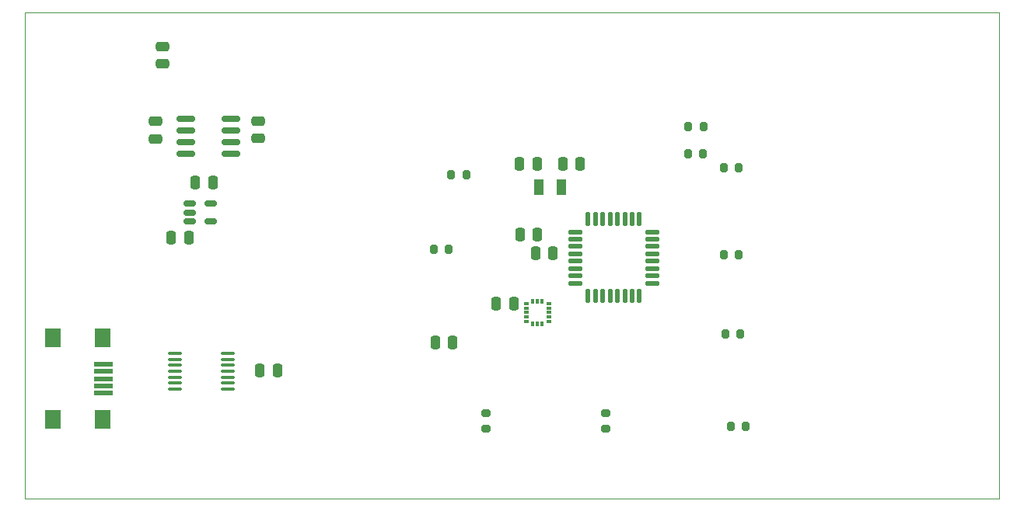
<source format=gbr>
%TF.GenerationSoftware,KiCad,Pcbnew,7.0.9-7.0.9~ubuntu22.04.1*%
%TF.CreationDate,2024-03-26T10:14:33-06:00*%
%TF.ProjectId,StmBoard,53746d42-6f61-4726-942e-6b696361645f,rev?*%
%TF.SameCoordinates,Original*%
%TF.FileFunction,Paste,Top*%
%TF.FilePolarity,Positive*%
%FSLAX46Y46*%
G04 Gerber Fmt 4.6, Leading zero omitted, Abs format (unit mm)*
G04 Created by KiCad (PCBNEW 7.0.9-7.0.9~ubuntu22.04.1) date 2024-03-26 10:14:33*
%MOMM*%
%LPD*%
G01*
G04 APERTURE LIST*
G04 Aperture macros list*
%AMRoundRect*
0 Rectangle with rounded corners*
0 $1 Rounding radius*
0 $2 $3 $4 $5 $6 $7 $8 $9 X,Y pos of 4 corners*
0 Add a 4 corners polygon primitive as box body*
4,1,4,$2,$3,$4,$5,$6,$7,$8,$9,$2,$3,0*
0 Add four circle primitives for the rounded corners*
1,1,$1+$1,$2,$3*
1,1,$1+$1,$4,$5*
1,1,$1+$1,$6,$7*
1,1,$1+$1,$8,$9*
0 Add four rect primitives between the rounded corners*
20,1,$1+$1,$2,$3,$4,$5,0*
20,1,$1+$1,$4,$5,$6,$7,0*
20,1,$1+$1,$6,$7,$8,$9,0*
20,1,$1+$1,$8,$9,$2,$3,0*%
G04 Aperture macros list end*
%ADD10RoundRect,0.150000X-0.825000X-0.150000X0.825000X-0.150000X0.825000X0.150000X-0.825000X0.150000X0*%
%ADD11RoundRect,0.250000X-0.250000X-0.475000X0.250000X-0.475000X0.250000X0.475000X-0.250000X0.475000X0*%
%ADD12RoundRect,0.250000X-0.475000X0.250000X-0.475000X-0.250000X0.475000X-0.250000X0.475000X0.250000X0*%
%ADD13RoundRect,0.200000X0.200000X0.275000X-0.200000X0.275000X-0.200000X-0.275000X0.200000X-0.275000X0*%
%ADD14RoundRect,0.125000X-0.625000X-0.125000X0.625000X-0.125000X0.625000X0.125000X-0.625000X0.125000X0*%
%ADD15RoundRect,0.125000X-0.125000X-0.625000X0.125000X-0.625000X0.125000X0.625000X-0.125000X0.625000X0*%
%ADD16RoundRect,0.250000X0.475000X-0.250000X0.475000X0.250000X-0.475000X0.250000X-0.475000X-0.250000X0*%
%ADD17RoundRect,0.250000X0.250000X0.475000X-0.250000X0.475000X-0.250000X-0.475000X0.250000X-0.475000X0*%
%ADD18RoundRect,0.087500X-0.187500X-0.087500X0.187500X-0.087500X0.187500X0.087500X-0.187500X0.087500X0*%
%ADD19RoundRect,0.087500X-0.087500X-0.187500X0.087500X-0.187500X0.087500X0.187500X-0.087500X0.187500X0*%
%ADD20RoundRect,0.100000X0.637500X0.100000X-0.637500X0.100000X-0.637500X-0.100000X0.637500X-0.100000X0*%
%ADD21RoundRect,0.200000X-0.200000X-0.275000X0.200000X-0.275000X0.200000X0.275000X-0.200000X0.275000X0*%
%ADD22R,2.000000X0.500000*%
%ADD23R,1.700000X2.000000*%
%ADD24R,1.000000X1.800000*%
%ADD25RoundRect,0.150000X-0.512500X-0.150000X0.512500X-0.150000X0.512500X0.150000X-0.512500X0.150000X0*%
%ADD26RoundRect,0.200000X-0.275000X0.200000X-0.275000X-0.200000X0.275000X-0.200000X0.275000X0.200000X0*%
%TA.AperFunction,Profile*%
%ADD27C,0.100000*%
%TD*%
G04 APERTURE END LIST*
D10*
%TO.C,U9*%
X91100000Y-86700000D03*
X91100000Y-87970000D03*
X91100000Y-89240000D03*
X91100000Y-90510000D03*
X96050000Y-90510000D03*
X96050000Y-89240000D03*
X96050000Y-87970000D03*
X96050000Y-86700000D03*
%TD*%
D11*
%TO.C,C12*%
X99150000Y-114100000D03*
X101050000Y-114100000D03*
%TD*%
D12*
%TO.C,C6*%
X99000000Y-86900000D03*
X99000000Y-88800000D03*
%TD*%
D13*
%TO.C,R1*%
X151325000Y-101500000D03*
X149675000Y-101500000D03*
%TD*%
%TO.C,R3*%
X152100000Y-120200000D03*
X150450000Y-120200000D03*
%TD*%
D14*
%TO.C,U1*%
X133525000Y-99000000D03*
X133525000Y-99800000D03*
X133525000Y-100600000D03*
X133525000Y-101400000D03*
X133525000Y-102200000D03*
X133525000Y-103000000D03*
X133525000Y-103800000D03*
X133525000Y-104600000D03*
D15*
X134900000Y-105975000D03*
X135700000Y-105975000D03*
X136500000Y-105975000D03*
X137300000Y-105975000D03*
X138100000Y-105975000D03*
X138900000Y-105975000D03*
X139700000Y-105975000D03*
X140500000Y-105975000D03*
D14*
X141875000Y-104600000D03*
X141875000Y-103800000D03*
X141875000Y-103000000D03*
X141875000Y-102200000D03*
X141875000Y-101400000D03*
X141875000Y-100600000D03*
X141875000Y-99800000D03*
X141875000Y-99000000D03*
D15*
X140500000Y-97625000D03*
X139700000Y-97625000D03*
X138900000Y-97625000D03*
X138100000Y-97625000D03*
X137300000Y-97625000D03*
X136500000Y-97625000D03*
X135700000Y-97625000D03*
X134900000Y-97625000D03*
%TD*%
D16*
%TO.C,C11*%
X88600000Y-80700000D03*
X88600000Y-78800000D03*
%TD*%
D17*
%TO.C,C1*%
X120150000Y-111100000D03*
X118250000Y-111100000D03*
%TD*%
D18*
%TO.C,U2*%
X128150000Y-106800000D03*
X128150000Y-107300000D03*
X128150000Y-107800000D03*
X128150000Y-108300000D03*
X128150000Y-108800000D03*
D19*
X128875000Y-109025000D03*
X129375000Y-109025000D03*
X129875000Y-109025000D03*
D18*
X130600000Y-108800000D03*
X130600000Y-108300000D03*
X130600000Y-107800000D03*
X130600000Y-107300000D03*
X130600000Y-106800000D03*
D19*
X129875000Y-106575000D03*
X129375000Y-106575000D03*
X128875000Y-106575000D03*
%TD*%
D12*
%TO.C,C5*%
X87800000Y-86950000D03*
X87800000Y-88850000D03*
%TD*%
D20*
%TO.C,U13*%
X95662500Y-116150000D03*
X95662500Y-115500000D03*
X95662500Y-114850000D03*
X95662500Y-114200000D03*
X95662500Y-113550000D03*
X95662500Y-112900000D03*
X95662500Y-112250000D03*
X89937500Y-112250000D03*
X89937500Y-112900000D03*
X89937500Y-113550000D03*
X89937500Y-114200000D03*
X89937500Y-114850000D03*
X89937500Y-115500000D03*
X89937500Y-116150000D03*
%TD*%
D13*
%TO.C,R2*%
X151500000Y-110100000D03*
X149850000Y-110100000D03*
%TD*%
D21*
%TO.C,R7*%
X118075000Y-100900000D03*
X119725000Y-100900000D03*
%TD*%
D17*
%TO.C,C2*%
X126790000Y-106800000D03*
X124890000Y-106800000D03*
%TD*%
D22*
%TO.C,J1*%
X82150000Y-113410000D03*
X82150000Y-114210000D03*
X82150000Y-115010000D03*
X82150000Y-115810000D03*
X82150000Y-116610000D03*
D23*
X82050000Y-110560000D03*
X76600000Y-110560000D03*
X82050000Y-119460000D03*
X76600000Y-119460000D03*
%TD*%
D11*
%TO.C,C9*%
X127500000Y-99260000D03*
X129400000Y-99260000D03*
%TD*%
D13*
%TO.C,R10*%
X147450000Y-87540000D03*
X145800000Y-87540000D03*
%TD*%
D24*
%TO.C,Y1*%
X129500000Y-94100000D03*
X132000000Y-94100000D03*
%TD*%
D17*
%TO.C,C8*%
X134050000Y-91600000D03*
X132150000Y-91600000D03*
%TD*%
D25*
%TO.C,U8*%
X91562500Y-95950000D03*
X91562500Y-96900000D03*
X91562500Y-97850000D03*
X93837500Y-97850000D03*
X93837500Y-95950000D03*
%TD*%
D26*
%TO.C,R6*%
X123800000Y-118775000D03*
X123800000Y-120425000D03*
%TD*%
%TO.C,R5*%
X136800000Y-118800000D03*
X136800000Y-120450000D03*
%TD*%
D21*
%TO.C,R8*%
X119975000Y-92800000D03*
X121625000Y-92800000D03*
%TD*%
D11*
%TO.C,C7*%
X127450000Y-91600000D03*
X129350000Y-91600000D03*
%TD*%
D13*
%TO.C,R4*%
X151325000Y-92000000D03*
X149675000Y-92000000D03*
%TD*%
D17*
%TO.C,C4*%
X94050000Y-93600000D03*
X92150000Y-93600000D03*
%TD*%
D13*
%TO.C,R9*%
X147425000Y-90500000D03*
X145775000Y-90500000D03*
%TD*%
D11*
%TO.C,C10*%
X129170000Y-101330000D03*
X131070000Y-101330000D03*
%TD*%
D17*
%TO.C,C3*%
X91400000Y-99600000D03*
X89500000Y-99600000D03*
%TD*%
D27*
X73570000Y-75080000D02*
X179650000Y-75080000D01*
X179650000Y-128060000D01*
X73570000Y-128060000D01*
X73570000Y-75080000D01*
M02*

</source>
